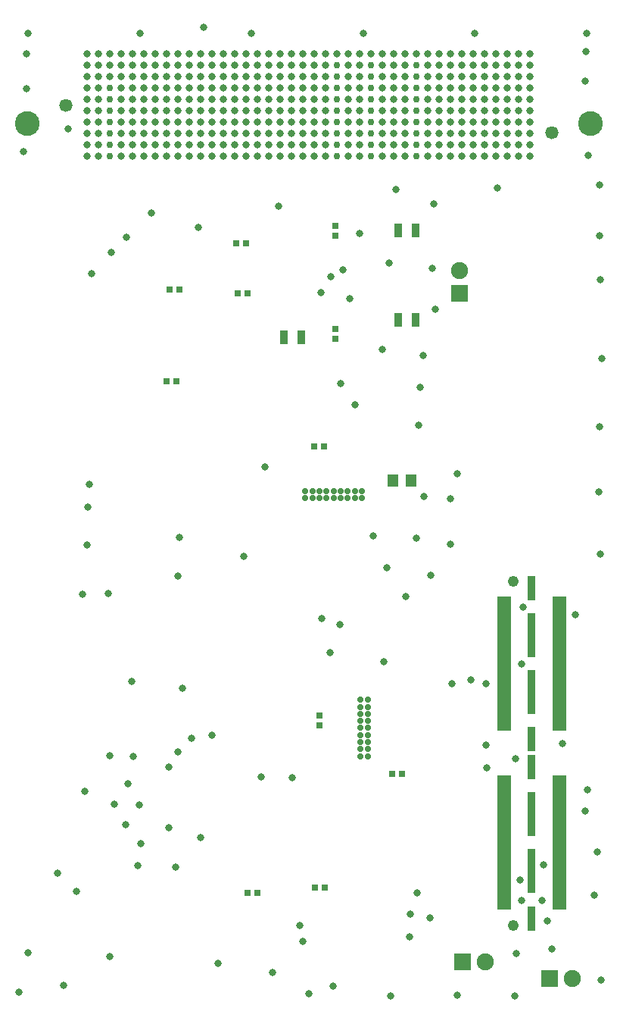
<source format=gbs>
%TF.GenerationSoftware,KiCad,Pcbnew,4.0.6*%
%TF.CreationDate,2017-07-29T17:48:32+03:00*%
%TF.ProjectId,FMC_MIPI_v1,464D435F4D4950495F76312E6B696361,rev?*%
%TF.FileFunction,Soldermask,Bot*%
%FSLAX46Y46*%
G04 Gerber Fmt 4.6, Leading zero omitted, Abs format (unit mm)*
G04 Created by KiCad (PCBNEW 4.0.6) date 07/29/17 17:48:32*
%MOMM*%
%LPD*%
G01*
G04 APERTURE LIST*
%ADD10C,0.100000*%
%ADD11C,0.800000*%
%ADD12R,1.647800X0.499720*%
%ADD13R,0.837540X2.740000*%
%ADD14R,0.837540X4.899000*%
%ADD15C,1.218540*%
%ADD16C,0.708000*%
%ADD17R,0.900000X1.500000*%
%ADD18R,0.700000X0.800000*%
%ADD19R,0.800000X0.700000*%
%ADD20R,1.200000X1.450000*%
%ADD21C,0.835000*%
%ADD22C,0.758800*%
%ADD23C,1.470000*%
%ADD24C,2.765400*%
%ADD25R,1.900000X1.900000*%
%ADD26O,1.900000X1.900000*%
G04 APERTURE END LIST*
D10*
D11*
X157480000Y-83185000D03*
X157607000Y-59486800D03*
X102946200Y-56413400D03*
X157530800Y-75920600D03*
X129565400Y-61569600D03*
X126339600Y-60960000D03*
X128828800Y-58420000D03*
X127457200Y-59105800D03*
X156235400Y-45567600D03*
X109321600Y-120675400D03*
X123139200Y-115087400D03*
X119684800Y-115011200D03*
X113258600Y-31318200D03*
X133426200Y-102133400D03*
X127381000Y-101117400D03*
X128524000Y-98044000D03*
X126441200Y-97332800D03*
X135839200Y-94869000D03*
X120116600Y-80391000D03*
X117729000Y-90373200D03*
X132232400Y-88087200D03*
X133705600Y-91668600D03*
X137896600Y-83718400D03*
X137083800Y-88392000D03*
X140868400Y-89027000D03*
X140868400Y-83972400D03*
X141655800Y-81127600D03*
X98069400Y-42646600D03*
X93091000Y-45135800D03*
X121640600Y-51257200D03*
X130708400Y-54305200D03*
X134035800Y-57581800D03*
X138811000Y-58216800D03*
X139166600Y-62763400D03*
X133197600Y-67259200D03*
X137769600Y-67970400D03*
X130225800Y-73482200D03*
X128600200Y-71043800D03*
X137287000Y-75717400D03*
X137490200Y-71501000D03*
X157607000Y-90170000D03*
X157759400Y-68300600D03*
X157505400Y-54584600D03*
X157556200Y-48869600D03*
X151663400Y-131089400D03*
X148793200Y-128828800D03*
X151130000Y-128828800D03*
X148640800Y-126542800D03*
X151257000Y-124841000D03*
X157276800Y-123444000D03*
X156184600Y-116459000D03*
X153390600Y-111328200D03*
X148971000Y-96062800D03*
X154838400Y-96926400D03*
X148818600Y-102438200D03*
X144805400Y-104571800D03*
X143129000Y-104216200D03*
X141046200Y-104597200D03*
X144907000Y-113969800D03*
X144856200Y-111429800D03*
X148158200Y-113004600D03*
X155956000Y-118821200D03*
X157708600Y-137693400D03*
X156972000Y-128193800D03*
X134137400Y-139471400D03*
X141605000Y-139446000D03*
X148031200Y-139496800D03*
X152196800Y-134239000D03*
X148183600Y-134772400D03*
X136271000Y-132867400D03*
X138607800Y-130759200D03*
X127711200Y-138353800D03*
X125044200Y-139268200D03*
X124002800Y-131648200D03*
X124383800Y-133400800D03*
X114884200Y-135890000D03*
X120954800Y-136829800D03*
X92608400Y-139065000D03*
X93573600Y-134670800D03*
X97561400Y-138277600D03*
X102768400Y-135102600D03*
X99009200Y-127838200D03*
X96875600Y-125780800D03*
X105918000Y-124891800D03*
X110159800Y-125069600D03*
X106248200Y-122504200D03*
X104571800Y-120370600D03*
X106019600Y-118135400D03*
X103251000Y-118110000D03*
X99999800Y-116636800D03*
X104775000Y-115747800D03*
X102743000Y-112623600D03*
X105410000Y-112725200D03*
X112953800Y-121793000D03*
X109397800Y-113893600D03*
X110413800Y-112191800D03*
X111861600Y-110744000D03*
X114198400Y-110363000D03*
X110921800Y-105079800D03*
X105232200Y-104368600D03*
X102616000Y-94564200D03*
X99745800Y-94640400D03*
X100228400Y-89077800D03*
X100279200Y-84886800D03*
X100507800Y-82346800D03*
X110413800Y-92557600D03*
X110515400Y-88239600D03*
X100761800Y-58826400D03*
X112674400Y-53619400D03*
X104648000Y-54762400D03*
X107391200Y-52044600D03*
X134797800Y-49428400D03*
X138963400Y-51028600D03*
X146126200Y-49276000D03*
X93421200Y-38125400D03*
X93421200Y-34239200D03*
X93649800Y-31927800D03*
X106131360Y-31927800D03*
X118612920Y-31927800D03*
X131094480Y-31927800D03*
X143576040Y-31927800D03*
X155930600Y-37338000D03*
X156006800Y-33985200D03*
X156057600Y-31927800D03*
X137160000Y-128016000D03*
X136347200Y-130327400D03*
X138658600Y-92506800D03*
D12*
X146825000Y-95126720D03*
X153002280Y-95126720D03*
X146825000Y-95627100D03*
X153002280Y-95627100D03*
X146825000Y-96127480D03*
X153002280Y-96127480D03*
X146825000Y-96627860D03*
X153002280Y-96627860D03*
X146825000Y-97128240D03*
X153002280Y-97128240D03*
X146825000Y-97626080D03*
X153002280Y-97626080D03*
X146825000Y-98126460D03*
X153002280Y-98126460D03*
X146825000Y-98626840D03*
X153002280Y-98626840D03*
X146825000Y-99127220D03*
X153002280Y-99127220D03*
X146825000Y-99627600D03*
X153002280Y-99627600D03*
X146825000Y-100127980D03*
X153002280Y-100127980D03*
X146825000Y-100628360D03*
X153002280Y-100628360D03*
X146825000Y-101126200D03*
X153002280Y-101126200D03*
X146825000Y-101626580D03*
X153002280Y-101626580D03*
X146825000Y-102126960D03*
X153002280Y-102126960D03*
X146825000Y-102627340D03*
X153002280Y-102627340D03*
X146825000Y-103127720D03*
X153002280Y-103127720D03*
X146825000Y-103628100D03*
X153002280Y-103628100D03*
X146825000Y-104125940D03*
X153002280Y-104125940D03*
X146825000Y-104626320D03*
X153002280Y-104626320D03*
X146825000Y-105126700D03*
X153002280Y-105126700D03*
X146825000Y-105627080D03*
X153002280Y-105627080D03*
X146825000Y-106127460D03*
X153002280Y-106127460D03*
X146825000Y-106627840D03*
X153002280Y-106627840D03*
X146825000Y-107128220D03*
X153002280Y-107128220D03*
X146825000Y-107626060D03*
X153002280Y-107626060D03*
X146825000Y-108126440D03*
X153002280Y-108126440D03*
X146825000Y-108626820D03*
X153002280Y-108626820D03*
X146825000Y-109127200D03*
X153002280Y-109127200D03*
X146825000Y-109627580D03*
X153002280Y-109627580D03*
X146825000Y-115124140D03*
X153002280Y-115124140D03*
X146825000Y-115624520D03*
X153002280Y-115624520D03*
X146825000Y-116124900D03*
X153002280Y-116124900D03*
X146825000Y-116625280D03*
X153002280Y-116625280D03*
X146825000Y-117125660D03*
X153002280Y-117125660D03*
X146825000Y-117623500D03*
X153002280Y-117623500D03*
X146825000Y-118123880D03*
X153002280Y-118123880D03*
X146825000Y-118624260D03*
X153002280Y-118624260D03*
X146825000Y-119124640D03*
X153002280Y-119124640D03*
X146825000Y-119625020D03*
X153002280Y-119625020D03*
X146825000Y-120125400D03*
X153002280Y-120125400D03*
X146825000Y-120625780D03*
X153002280Y-120625780D03*
X146825000Y-121123620D03*
X153002280Y-121123620D03*
X146825000Y-121624000D03*
X153002280Y-121624000D03*
X146825000Y-122124380D03*
X153002280Y-122124380D03*
X146825000Y-122624760D03*
X153002280Y-122624760D03*
X146825000Y-123125140D03*
X153002280Y-123125140D03*
X146825000Y-123625520D03*
X153002280Y-123625520D03*
X146825000Y-124123360D03*
X153002280Y-124123360D03*
X146825000Y-124623740D03*
X153002280Y-124623740D03*
X146825000Y-125124120D03*
X153002280Y-125124120D03*
X146825000Y-125624500D03*
X153002280Y-125624500D03*
X146825000Y-126124880D03*
X153002280Y-126124880D03*
X146825000Y-126625260D03*
X153002280Y-126625260D03*
X146825000Y-127125640D03*
X153002280Y-127125640D03*
X146825000Y-127623480D03*
X153002280Y-127623480D03*
X146825000Y-128123860D03*
X153002280Y-128123860D03*
X146825000Y-128624240D03*
X153002280Y-128624240D03*
X146825000Y-129124620D03*
X153002280Y-129124620D03*
X146825000Y-129625000D03*
X153002280Y-129625000D03*
D13*
X149913640Y-93932920D03*
D14*
X149913640Y-99200880D03*
X149913640Y-105550880D03*
D13*
X149913640Y-110821380D03*
X149913640Y-113930340D03*
D14*
X149913640Y-119200840D03*
X149913640Y-125550840D03*
D13*
X149913640Y-130818800D03*
D15*
X147884180Y-93137900D03*
X147884180Y-131613820D03*
D16*
X131606740Y-106401800D03*
X131606740Y-107189200D03*
X131606740Y-107976600D03*
X131606740Y-108764000D03*
X131606740Y-109551400D03*
X131606740Y-110338800D03*
X131606740Y-111126200D03*
X131606740Y-111913600D03*
X131606740Y-112701000D03*
X130793940Y-106401800D03*
X130793940Y-107189200D03*
X130793940Y-107976600D03*
X130793940Y-108764000D03*
X130793940Y-109551400D03*
X130793940Y-110338800D03*
X130793940Y-111126200D03*
X130793940Y-111913600D03*
X130793940Y-112701000D03*
D17*
X122255200Y-65938400D03*
X124155200Y-65938400D03*
X136950000Y-54000000D03*
X135050000Y-54000000D03*
X135050000Y-64000000D03*
X136950000Y-64000000D03*
D18*
X128000000Y-64950000D03*
X128000000Y-66050000D03*
X128000000Y-54550000D03*
X128000000Y-53450000D03*
D16*
X130936800Y-83892800D03*
X130149400Y-83892800D03*
X129362000Y-83892800D03*
X128574600Y-83892800D03*
X127787200Y-83892800D03*
X126999800Y-83892800D03*
X126212400Y-83892800D03*
X125425000Y-83892800D03*
X124637600Y-83892800D03*
X130936800Y-83080000D03*
X130149400Y-83080000D03*
X129362000Y-83080000D03*
X128574600Y-83080000D03*
X127787200Y-83080000D03*
X126999800Y-83080000D03*
X126212400Y-83080000D03*
X125425000Y-83080000D03*
X124637600Y-83080000D03*
D19*
X110557400Y-60604400D03*
X109457400Y-60604400D03*
D20*
X134407400Y-81940400D03*
X136407400Y-81940400D03*
D19*
X126746000Y-78105000D03*
X125646000Y-78105000D03*
D18*
X126238000Y-109287400D03*
X126238000Y-108187400D03*
D19*
X134324000Y-114706400D03*
X135424000Y-114706400D03*
D21*
X100235000Y-34285000D03*
X101505000Y-34285000D03*
X102775000Y-34285000D03*
X104045000Y-34285000D03*
X105315000Y-34285000D03*
X106585000Y-34285000D03*
X107855000Y-34285000D03*
X109125000Y-34285000D03*
X110395000Y-34285000D03*
X111665000Y-34285000D03*
X112935000Y-34285000D03*
X114205000Y-34285000D03*
X115475000Y-34285000D03*
X116745000Y-34285000D03*
X118015000Y-34285000D03*
X119285000Y-34285000D03*
X120555000Y-34285000D03*
X121825000Y-34285000D03*
X123095000Y-34285000D03*
X124365000Y-34285000D03*
X125635000Y-34285000D03*
X126905000Y-34285000D03*
X128175000Y-34285000D03*
X129445000Y-34285000D03*
X130715000Y-34285000D03*
X131985000Y-34285000D03*
X133255000Y-34285000D03*
X134525000Y-34285000D03*
X135795000Y-34285000D03*
X137065000Y-34285000D03*
X138335000Y-34285000D03*
X139605000Y-34285000D03*
X140875000Y-34285000D03*
X142145000Y-34285000D03*
X143415000Y-34285000D03*
X144685000Y-34285000D03*
X145955000Y-34285000D03*
X147225000Y-34285000D03*
X148495000Y-34285000D03*
X149765000Y-34285000D03*
X100235000Y-35555000D03*
X101505000Y-35555000D03*
X102775000Y-35555000D03*
X104045000Y-35555000D03*
X105315000Y-35555000D03*
X106585000Y-35555000D03*
X107855000Y-35555000D03*
X109125000Y-35555000D03*
X110395000Y-35555000D03*
X111665000Y-35555000D03*
X112935000Y-35555000D03*
X114205000Y-35555000D03*
X115475000Y-35555000D03*
X116745000Y-35555000D03*
X118015000Y-35555000D03*
X119285000Y-35555000D03*
X120555000Y-35555000D03*
X121825000Y-35555000D03*
X123095000Y-35555000D03*
X124365000Y-35555000D03*
X125635000Y-35555000D03*
X126905000Y-35555000D03*
D22*
X128175000Y-35555000D03*
D21*
X129445000Y-35555000D03*
X130715000Y-35555000D03*
D22*
X131985000Y-35555000D03*
D21*
X133255000Y-35555000D03*
X134525000Y-35555000D03*
X135795000Y-35555000D03*
D22*
X137065000Y-35555000D03*
D21*
X138335000Y-35555000D03*
X139605000Y-35555000D03*
X140875000Y-35555000D03*
X142145000Y-35555000D03*
X143415000Y-35555000D03*
X144685000Y-35555000D03*
X145955000Y-35555000D03*
X147225000Y-35555000D03*
X148495000Y-35555000D03*
X149765000Y-35555000D03*
X100235000Y-36825000D03*
X101505000Y-36825000D03*
X102775000Y-36825000D03*
X104045000Y-36825000D03*
X105315000Y-36825000D03*
X106585000Y-36825000D03*
X107855000Y-36825000D03*
X109125000Y-36825000D03*
X110395000Y-36825000D03*
X111665000Y-36825000D03*
X112935000Y-36825000D03*
X114205000Y-36825000D03*
X115475000Y-36825000D03*
X116745000Y-36825000D03*
X118015000Y-36825000D03*
X119285000Y-36825000D03*
X120555000Y-36825000D03*
X121825000Y-36825000D03*
X123095000Y-36825000D03*
X124365000Y-36825000D03*
X125635000Y-36825000D03*
X126905000Y-36825000D03*
D22*
X128175000Y-36825000D03*
D21*
X129445000Y-36825000D03*
X130715000Y-36825000D03*
D22*
X131985000Y-36825000D03*
D21*
X133255000Y-36825000D03*
X134525000Y-36825000D03*
X135795000Y-36825000D03*
D22*
X137065000Y-36825000D03*
D21*
X138335000Y-36825000D03*
X139605000Y-36825000D03*
X140875000Y-36825000D03*
X142145000Y-36825000D03*
X143415000Y-36825000D03*
X144685000Y-36825000D03*
X145955000Y-36825000D03*
X147225000Y-36825000D03*
X148495000Y-36825000D03*
X149765000Y-36825000D03*
X100235000Y-38095000D03*
X101505000Y-38095000D03*
D22*
X102775000Y-38095000D03*
D21*
X104045000Y-38095000D03*
X105315000Y-38095000D03*
X106585000Y-38095000D03*
X107855000Y-38095000D03*
X109125000Y-38095000D03*
X110395000Y-38095000D03*
X111665000Y-38095000D03*
X112935000Y-38095000D03*
X114205000Y-38095000D03*
X115475000Y-38095000D03*
X116745000Y-38095000D03*
X118015000Y-38095000D03*
X119285000Y-38095000D03*
X120555000Y-38095000D03*
X121825000Y-38095000D03*
X123095000Y-38095000D03*
X124365000Y-38095000D03*
X125635000Y-38095000D03*
X126905000Y-38095000D03*
D22*
X128175000Y-38095000D03*
D21*
X129445000Y-38095000D03*
X130715000Y-38095000D03*
D22*
X131985000Y-38095000D03*
D21*
X133255000Y-38095000D03*
X134525000Y-38095000D03*
X135795000Y-38095000D03*
D22*
X137065000Y-38095000D03*
D21*
X138335000Y-38095000D03*
X139605000Y-38095000D03*
X140875000Y-38095000D03*
X142145000Y-38095000D03*
X143415000Y-38095000D03*
X144685000Y-38095000D03*
X145955000Y-38095000D03*
X147225000Y-38095000D03*
X148495000Y-38095000D03*
X149765000Y-38095000D03*
X100235000Y-39365000D03*
X101505000Y-39365000D03*
D22*
X102775000Y-39365000D03*
D21*
X104045000Y-39365000D03*
X105315000Y-39365000D03*
X106585000Y-39365000D03*
X107855000Y-39365000D03*
X109125000Y-39365000D03*
X110395000Y-39365000D03*
X111665000Y-39365000D03*
X112935000Y-39365000D03*
X114205000Y-39365000D03*
X115475000Y-39365000D03*
X116745000Y-39365000D03*
X118015000Y-39365000D03*
X119285000Y-39365000D03*
X120555000Y-39365000D03*
X121825000Y-39365000D03*
X123095000Y-39365000D03*
X124365000Y-39365000D03*
X125635000Y-39365000D03*
X126905000Y-39365000D03*
D22*
X128175000Y-39365000D03*
D21*
X129445000Y-39365000D03*
X130715000Y-39365000D03*
D22*
X131985000Y-39365000D03*
D21*
X133255000Y-39365000D03*
X134525000Y-39365000D03*
X135795000Y-39365000D03*
D22*
X137065000Y-39365000D03*
D21*
X138335000Y-39365000D03*
X139605000Y-39365000D03*
X140875000Y-39365000D03*
X142145000Y-39365000D03*
X143415000Y-39365000D03*
X144685000Y-39365000D03*
X145955000Y-39365000D03*
X147225000Y-39365000D03*
X148495000Y-39365000D03*
X149765000Y-39365000D03*
X100235000Y-40635000D03*
X101505000Y-40635000D03*
D22*
X102775000Y-40635000D03*
D21*
X104045000Y-40635000D03*
X105315000Y-40635000D03*
X106585000Y-40635000D03*
X107855000Y-40635000D03*
X109125000Y-40635000D03*
X110395000Y-40635000D03*
X111665000Y-40635000D03*
X112935000Y-40635000D03*
X114205000Y-40635000D03*
X115475000Y-40635000D03*
X116745000Y-40635000D03*
X118015000Y-40635000D03*
X119285000Y-40635000D03*
X120555000Y-40635000D03*
X121825000Y-40635000D03*
X123095000Y-40635000D03*
X124365000Y-40635000D03*
X125635000Y-40635000D03*
X126905000Y-40635000D03*
D22*
X128175000Y-40635000D03*
D21*
X129445000Y-40635000D03*
X130715000Y-40635000D03*
D22*
X131985000Y-40635000D03*
D21*
X133255000Y-40635000D03*
X134525000Y-40635000D03*
X135795000Y-40635000D03*
D22*
X137065000Y-40635000D03*
D21*
X138335000Y-40635000D03*
X139605000Y-40635000D03*
X140875000Y-40635000D03*
X142145000Y-40635000D03*
X143415000Y-40635000D03*
X144685000Y-40635000D03*
X145955000Y-40635000D03*
X147225000Y-40635000D03*
X148495000Y-40635000D03*
X149765000Y-40635000D03*
X100235000Y-41905000D03*
X101505000Y-41905000D03*
D22*
X102775000Y-41905000D03*
D21*
X104045000Y-41905000D03*
X105315000Y-41905000D03*
X106585000Y-41905000D03*
X107855000Y-41905000D03*
X109125000Y-41905000D03*
X110395000Y-41905000D03*
X111665000Y-41905000D03*
X112935000Y-41905000D03*
X114205000Y-41905000D03*
X115475000Y-41905000D03*
X116745000Y-41905000D03*
X118015000Y-41905000D03*
X119285000Y-41905000D03*
X120555000Y-41905000D03*
X121825000Y-41905000D03*
X123095000Y-41905000D03*
X124365000Y-41905000D03*
X125635000Y-41905000D03*
X126905000Y-41905000D03*
D22*
X128175000Y-41905000D03*
D21*
X129445000Y-41905000D03*
X130715000Y-41905000D03*
D22*
X131985000Y-41905000D03*
D21*
X133255000Y-41905000D03*
X134525000Y-41905000D03*
X135795000Y-41905000D03*
D22*
X137065000Y-41905000D03*
D21*
X138335000Y-41905000D03*
X139605000Y-41905000D03*
X140875000Y-41905000D03*
X142145000Y-41905000D03*
X143415000Y-41905000D03*
X144685000Y-41905000D03*
X145955000Y-41905000D03*
X147225000Y-41905000D03*
X148495000Y-41905000D03*
X149765000Y-41905000D03*
X100235000Y-43175000D03*
X101505000Y-43175000D03*
D22*
X102775000Y-43175000D03*
D21*
X104045000Y-43175000D03*
X105315000Y-43175000D03*
X106585000Y-43175000D03*
X107855000Y-43175000D03*
X109125000Y-43175000D03*
X110395000Y-43175000D03*
X111665000Y-43175000D03*
X112935000Y-43175000D03*
X114205000Y-43175000D03*
X115475000Y-43175000D03*
X116745000Y-43175000D03*
X118015000Y-43175000D03*
X119285000Y-43175000D03*
X120555000Y-43175000D03*
X121825000Y-43175000D03*
X123095000Y-43175000D03*
X124365000Y-43175000D03*
X125635000Y-43175000D03*
X126905000Y-43175000D03*
D22*
X128175000Y-43175000D03*
D21*
X129445000Y-43175000D03*
X130715000Y-43175000D03*
D22*
X131985000Y-43175000D03*
D21*
X133255000Y-43175000D03*
X134525000Y-43175000D03*
X135795000Y-43175000D03*
D22*
X137065000Y-43175000D03*
D21*
X138335000Y-43175000D03*
X139605000Y-43175000D03*
X140875000Y-43175000D03*
X142145000Y-43175000D03*
X143415000Y-43175000D03*
X144685000Y-43175000D03*
X145955000Y-43175000D03*
X147225000Y-43175000D03*
X148495000Y-43175000D03*
X149765000Y-43175000D03*
X100235000Y-44445000D03*
X101505000Y-44445000D03*
D22*
X102775000Y-44445000D03*
D21*
X104045000Y-44445000D03*
X105315000Y-44445000D03*
X106585000Y-44445000D03*
X107855000Y-44445000D03*
X109125000Y-44445000D03*
X110395000Y-44445000D03*
X111665000Y-44445000D03*
X112935000Y-44445000D03*
X114205000Y-44445000D03*
X115475000Y-44445000D03*
X116745000Y-44445000D03*
X118015000Y-44445000D03*
X119285000Y-44445000D03*
X120555000Y-44445000D03*
X121825000Y-44445000D03*
X123095000Y-44445000D03*
X124365000Y-44445000D03*
X125635000Y-44445000D03*
X126905000Y-44445000D03*
D22*
X128175000Y-44445000D03*
D21*
X129445000Y-44445000D03*
X130715000Y-44445000D03*
D22*
X131985000Y-44445000D03*
D21*
X133255000Y-44445000D03*
X134525000Y-44445000D03*
X135795000Y-44445000D03*
D22*
X137065000Y-44445000D03*
D21*
X138335000Y-44445000D03*
X139605000Y-44445000D03*
X140875000Y-44445000D03*
X142145000Y-44445000D03*
X143415000Y-44445000D03*
X144685000Y-44445000D03*
X145955000Y-44445000D03*
X147225000Y-44445000D03*
X148495000Y-44445000D03*
X149765000Y-44445000D03*
X100235000Y-45715000D03*
X101505000Y-45715000D03*
D22*
X102775000Y-45715000D03*
D21*
X104045000Y-45715000D03*
X105315000Y-45715000D03*
X106585000Y-45715000D03*
X107855000Y-45715000D03*
X109125000Y-45715000D03*
X110395000Y-45715000D03*
X111665000Y-45715000D03*
X112935000Y-45715000D03*
X114205000Y-45715000D03*
X115475000Y-45715000D03*
X116745000Y-45715000D03*
X118015000Y-45715000D03*
X119285000Y-45715000D03*
X120555000Y-45715000D03*
X121825000Y-45715000D03*
X123095000Y-45715000D03*
X124365000Y-45715000D03*
X125635000Y-45715000D03*
X126905000Y-45715000D03*
D22*
X128175000Y-45715000D03*
D21*
X129445000Y-45715000D03*
X130715000Y-45715000D03*
D22*
X131985000Y-45715000D03*
D21*
X133255000Y-45715000D03*
X134525000Y-45715000D03*
X135795000Y-45715000D03*
D22*
X137065000Y-45715000D03*
D21*
X138335000Y-45715000D03*
X139605000Y-45715000D03*
X140875000Y-45715000D03*
X142145000Y-45715000D03*
X143415000Y-45715000D03*
X144685000Y-45715000D03*
X145955000Y-45715000D03*
X147225000Y-45715000D03*
X148495000Y-45715000D03*
X149765000Y-45715000D03*
D23*
X152190700Y-43048000D03*
X97809300Y-40000000D03*
D24*
X93509334Y-42006600D03*
X156508700Y-42006600D03*
D19*
X118178400Y-127965200D03*
X119278400Y-127965200D03*
X126838800Y-127406400D03*
X125738800Y-127406400D03*
X110243800Y-70866000D03*
X109143800Y-70866000D03*
X117999600Y-55422800D03*
X116899600Y-55422800D03*
X117052000Y-60985400D03*
X118152000Y-60985400D03*
D25*
X142189200Y-135712200D03*
D26*
X144729200Y-135712200D03*
D25*
X151942800Y-137541000D03*
D26*
X154482800Y-137541000D03*
D25*
X141909800Y-61036200D03*
D26*
X141909800Y-58496200D03*
M02*

</source>
